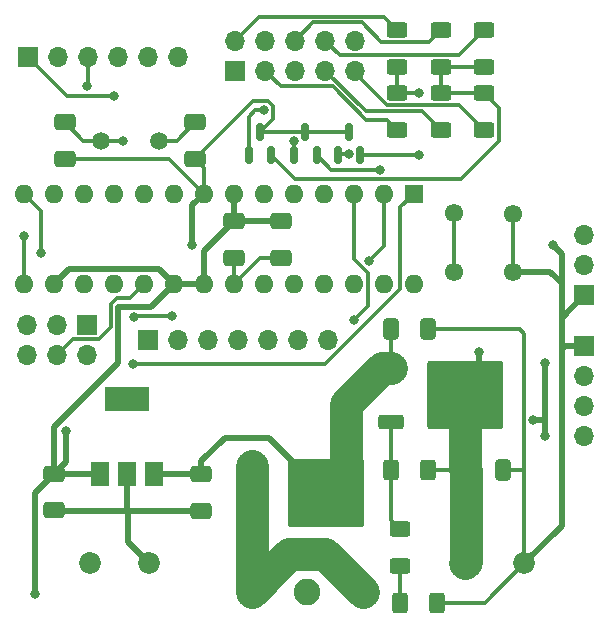
<source format=gbr>
%TF.GenerationSoftware,KiCad,Pcbnew,(7.0.0-0)*%
%TF.CreationDate,2023-06-23T15:16:10+02:00*%
%TF.ProjectId,RCcar,52436361-722e-46b6-9963-61645f706362,rev?*%
%TF.SameCoordinates,Original*%
%TF.FileFunction,Copper,L2,Bot*%
%TF.FilePolarity,Positive*%
%FSLAX46Y46*%
G04 Gerber Fmt 4.6, Leading zero omitted, Abs format (unit mm)*
G04 Created by KiCad (PCBNEW (7.0.0-0)) date 2023-06-23 15:16:10*
%MOMM*%
%LPD*%
G01*
G04 APERTURE LIST*
G04 Aperture macros list*
%AMRoundRect*
0 Rectangle with rounded corners*
0 $1 Rounding radius*
0 $2 $3 $4 $5 $6 $7 $8 $9 X,Y pos of 4 corners*
0 Add a 4 corners polygon primitive as box body*
4,1,4,$2,$3,$4,$5,$6,$7,$8,$9,$2,$3,0*
0 Add four circle primitives for the rounded corners*
1,1,$1+$1,$2,$3*
1,1,$1+$1,$4,$5*
1,1,$1+$1,$6,$7*
1,1,$1+$1,$8,$9*
0 Add four rect primitives between the rounded corners*
20,1,$1+$1,$2,$3,$4,$5,0*
20,1,$1+$1,$4,$5,$6,$7,0*
20,1,$1+$1,$6,$7,$8,$9,0*
20,1,$1+$1,$8,$9,$2,$3,0*%
G04 Aperture macros list end*
%TA.AperFunction,ComponentPad*%
%ADD10R,1.700000X1.700000*%
%TD*%
%TA.AperFunction,ComponentPad*%
%ADD11O,1.700000X1.700000*%
%TD*%
%TA.AperFunction,ComponentPad*%
%ADD12C,2.250000*%
%TD*%
%TA.AperFunction,ComponentPad*%
%ADD13C,1.500000*%
%TD*%
%TA.AperFunction,ComponentPad*%
%ADD14C,1.850000*%
%TD*%
%TA.AperFunction,ComponentPad*%
%ADD15R,1.600000X1.600000*%
%TD*%
%TA.AperFunction,ComponentPad*%
%ADD16O,1.600000X1.600000*%
%TD*%
%TA.AperFunction,ComponentPad*%
%ADD17C,1.550000*%
%TD*%
%TA.AperFunction,SMDPad,CuDef*%
%ADD18RoundRect,0.150000X0.150000X-0.587500X0.150000X0.587500X-0.150000X0.587500X-0.150000X-0.587500X0*%
%TD*%
%TA.AperFunction,SMDPad,CuDef*%
%ADD19RoundRect,0.250000X0.625000X-0.400000X0.625000X0.400000X-0.625000X0.400000X-0.625000X-0.400000X0*%
%TD*%
%TA.AperFunction,SMDPad,CuDef*%
%ADD20RoundRect,0.250000X-0.400000X-0.625000X0.400000X-0.625000X0.400000X0.625000X-0.400000X0.625000X0*%
%TD*%
%TA.AperFunction,SMDPad,CuDef*%
%ADD21RoundRect,0.250000X-0.412500X-0.650000X0.412500X-0.650000X0.412500X0.650000X-0.412500X0.650000X0*%
%TD*%
%TA.AperFunction,SMDPad,CuDef*%
%ADD22RoundRect,0.250000X-0.625000X0.400000X-0.625000X-0.400000X0.625000X-0.400000X0.625000X0.400000X0*%
%TD*%
%TA.AperFunction,SMDPad,CuDef*%
%ADD23RoundRect,0.250000X-0.850000X-0.350000X0.850000X-0.350000X0.850000X0.350000X-0.850000X0.350000X0*%
%TD*%
%TA.AperFunction,SMDPad,CuDef*%
%ADD24RoundRect,0.250000X-1.275000X-1.125000X1.275000X-1.125000X1.275000X1.125000X-1.275000X1.125000X0*%
%TD*%
%TA.AperFunction,SMDPad,CuDef*%
%ADD25RoundRect,0.249997X-2.950003X-2.650003X2.950003X-2.650003X2.950003X2.650003X-2.950003X2.650003X0*%
%TD*%
%TA.AperFunction,SMDPad,CuDef*%
%ADD26RoundRect,0.250000X0.650000X-0.412500X0.650000X0.412500X-0.650000X0.412500X-0.650000X-0.412500X0*%
%TD*%
%TA.AperFunction,SMDPad,CuDef*%
%ADD27R,1.500000X2.000000*%
%TD*%
%TA.AperFunction,SMDPad,CuDef*%
%ADD28R,3.800000X2.000000*%
%TD*%
%TA.AperFunction,SMDPad,CuDef*%
%ADD29RoundRect,0.250000X-0.650000X0.412500X-0.650000X-0.412500X0.650000X-0.412500X0.650000X0.412500X0*%
%TD*%
%TA.AperFunction,SMDPad,CuDef*%
%ADD30RoundRect,0.250000X0.400000X0.625000X-0.400000X0.625000X-0.400000X-0.625000X0.400000X-0.625000X0*%
%TD*%
%TA.AperFunction,ViaPad*%
%ADD31C,0.800000*%
%TD*%
%TA.AperFunction,Conductor*%
%ADD32C,0.500000*%
%TD*%
%TA.AperFunction,Conductor*%
%ADD33C,0.300000*%
%TD*%
%TA.AperFunction,Conductor*%
%ADD34C,2.800000*%
%TD*%
G04 APERTURE END LIST*
D10*
%TO.P,J9,1,Pin_1*%
%TO.N,GND*%
X37624999Y-73474999D03*
D11*
%TO.P,J9,2,Pin_2*%
%TO.N,/RESET*%
X37624999Y-76014999D03*
%TO.P,J9,3,Pin_3*%
%TO.N,/MOSI*%
X35084999Y-73474999D03*
%TO.P,J9,4,Pin_4*%
%TO.N,/SCK*%
X35084999Y-76014999D03*
%TO.P,J9,5,Pin_5*%
%TO.N,+5V*%
X32544999Y-73474999D03*
%TO.P,J9,6,Pin_6*%
%TO.N,/MISO*%
X32544999Y-76014999D03*
%TD*%
D10*
%TO.P,J4,1,Pin_1*%
%TO.N,GND*%
X79699999Y-75249999D03*
D11*
%TO.P,J4,2,Pin_2*%
%TO.N,/SCL*%
X79699999Y-77789999D03*
%TO.P,J4,3,Pin_3*%
%TO.N,/SDA*%
X79699999Y-80329999D03*
%TO.P,J4,4,Pin_4*%
%TO.N,+5V*%
X79699999Y-82869999D03*
%TD*%
D12*
%TO.P,SW3,1,1*%
%TO.N,Net-(D4-A-Pad1)*%
X51550000Y-96100000D03*
%TO.P,SW3,2,2*%
%TO.N,+BATT*%
X56250000Y-96100000D03*
%TO.P,SW3,3,3*%
%TO.N,Net-(D4-A-Pad1)*%
X60950000Y-96100000D03*
%TD*%
D13*
%TO.P,Y1,1,1*%
%TO.N,Net-(U2-XTAL2{slash}PB7)*%
X38800000Y-57900000D03*
%TO.P,Y1,2,2*%
%TO.N,Net-(U2-XTAL1{slash}PB6)*%
X43680000Y-57900000D03*
%TD*%
D14*
%TO.P,J5,1,Pin_1*%
%TO.N,+BATT*%
X37850000Y-93650000D03*
%TO.P,J5,2,Pin_2*%
%TO.N,GND*%
X42850000Y-93650000D03*
%TD*%
D10*
%TO.P,J3,1,Pin_1*%
%TO.N,/DC_PWM*%
X32599999Y-50799999D03*
D11*
%TO.P,J3,2,Pin_2*%
%TO.N,/DC_IN2*%
X35139999Y-50799999D03*
%TO.P,J3,3,Pin_3*%
%TO.N,/DC_IN1*%
X37679999Y-50799999D03*
%TO.P,J3,4,Pin_4*%
%TO.N,/DC_IN2*%
X40219999Y-50799999D03*
%TO.P,J3,5,Pin_5*%
%TO.N,/DC_IN1*%
X42759999Y-50799999D03*
%TO.P,J3,6,Pin_6*%
%TO.N,/DC_PWM*%
X45299999Y-50799999D03*
%TD*%
D10*
%TO.P,J6,1,Pin_1*%
%TO.N,/PB0*%
X42789999Y-74749999D03*
D11*
%TO.P,J6,2,Pin_2*%
%TO.N,/PC0*%
X45329999Y-74749999D03*
%TO.P,J6,3,Pin_3*%
%TO.N,/PC1*%
X47869999Y-74749999D03*
%TO.P,J6,4,Pin_4*%
%TO.N,/PC2*%
X50409999Y-74749999D03*
%TO.P,J6,5,Pin_5*%
%TO.N,/PC3*%
X52949999Y-74749999D03*
%TO.P,J6,6,Pin_6*%
%TO.N,/PD0*%
X55489999Y-74749999D03*
%TO.P,J6,7,Pin_7*%
%TO.N,/PD1*%
X58029999Y-74749999D03*
%TD*%
D10*
%TO.P,J1,1,Pin_1*%
%TO.N,+5V*%
X50174999Y-51974999D03*
D11*
%TO.P,J1,2,Pin_2*%
%TO.N,/Red_LED_1*%
X50174999Y-49434999D03*
%TO.P,J1,3,Pin_3*%
%TO.N,/Red_LED_2*%
X52714999Y-51974999D03*
%TO.P,J1,4,Pin_4*%
%TO.N,/Red_LED_3*%
X52714999Y-49434999D03*
%TO.P,J1,5,Pin_5*%
%TO.N,/Red_LED_4*%
X55254999Y-51974999D03*
%TO.P,J1,6,Pin_6*%
%TO.N,/White_LED_1*%
X55254999Y-49434999D03*
%TO.P,J1,7,Pin_7*%
%TO.N,/White_LED_2*%
X57794999Y-51974999D03*
%TO.P,J1,8,Pin_8*%
%TO.N,/White_LED_3*%
X57794999Y-49434999D03*
%TO.P,J1,9,Pin_9*%
%TO.N,/White_LED_4*%
X60334999Y-51974999D03*
%TO.P,J1,10,Pin_10*%
%TO.N,+5V*%
X60334999Y-49434999D03*
%TD*%
D15*
%TO.P,U2,1,~{RESET}/PC6*%
%TO.N,/RESET*%
X65299999Y-62399999D03*
D16*
%TO.P,U2,2,PD0*%
%TO.N,/PD0*%
X62759999Y-62399999D03*
%TO.P,U2,3,PD1*%
%TO.N,/PD1*%
X60219999Y-62399999D03*
%TO.P,U2,4,PD2*%
%TO.N,/RED_LEFT*%
X57679999Y-62399999D03*
%TO.P,U2,5,PD3*%
%TO.N,/RED_RIGHT*%
X55139999Y-62399999D03*
%TO.P,U2,6,PD4*%
%TO.N,/FRONTLIGHTS*%
X52599999Y-62399999D03*
%TO.P,U2,7,VCC*%
%TO.N,+5V*%
X50059999Y-62399999D03*
%TO.P,U2,8,GND*%
%TO.N,GND*%
X47519999Y-62399999D03*
%TO.P,U2,9,XTAL1/PB6*%
%TO.N,Net-(U2-XTAL1{slash}PB6)*%
X44979999Y-62399999D03*
%TO.P,U2,10,XTAL2/PB7*%
%TO.N,Net-(U2-XTAL2{slash}PB7)*%
X42439999Y-62399999D03*
%TO.P,U2,11,PD5*%
%TO.N,/DC_PWM*%
X39899999Y-62399999D03*
%TO.P,U2,12,PD6*%
%TO.N,/DC_IN1*%
X37359999Y-62399999D03*
%TO.P,U2,13,PD7*%
%TO.N,/DC_IN2*%
X34819999Y-62399999D03*
%TO.P,U2,14,PB0*%
%TO.N,/PB0*%
X32279999Y-62399999D03*
%TO.P,U2,15,PB1*%
%TO.N,/SERV_PWM*%
X32279999Y-70019999D03*
%TO.P,U2,16,PB2*%
%TO.N,+5V*%
X34819999Y-70019999D03*
%TO.P,U2,17,PB3*%
%TO.N,/MOSI*%
X37359999Y-70019999D03*
%TO.P,U2,18,PB4*%
%TO.N,/MISO*%
X39899999Y-70019999D03*
%TO.P,U2,19,PB5*%
%TO.N,/SCK*%
X42439999Y-70019999D03*
%TO.P,U2,20,AVCC*%
%TO.N,+5V*%
X44979999Y-70019999D03*
%TO.P,U2,21,AREF*%
X47519999Y-70019999D03*
%TO.P,U2,22,GND*%
%TO.N,GND*%
X50059999Y-70019999D03*
%TO.P,U2,23,PC0*%
%TO.N,/PC0*%
X52599999Y-70019999D03*
%TO.P,U2,24,PC1*%
%TO.N,/PC1*%
X55139999Y-70019999D03*
%TO.P,U2,25,PC2*%
%TO.N,/PC2*%
X57679999Y-70019999D03*
%TO.P,U2,26,PC3*%
%TO.N,/PC3*%
X60219999Y-70019999D03*
%TO.P,U2,27,PC4*%
%TO.N,/SDA*%
X62759999Y-70019999D03*
%TO.P,U2,28,PC5*%
%TO.N,/SCL*%
X65299999Y-70019999D03*
%TD*%
D10*
%TO.P,J2,1,Pin_1*%
%TO.N,GND*%
X79699999Y-70989999D03*
D11*
%TO.P,J2,2,Pin_2*%
%TO.N,+6V*%
X79699999Y-68449999D03*
%TO.P,J2,3,Pin_3*%
%TO.N,/SERV_PWM*%
X79699999Y-65909999D03*
%TD*%
D14*
%TO.P,J7,1,Pin_1*%
%TO.N,+6V*%
X69650000Y-93650000D03*
%TO.P,J7,2,Pin_2*%
%TO.N,GND*%
X74650000Y-93650000D03*
%TD*%
D17*
%TO.P,SW2,1,1*%
%TO.N,/RESET*%
X68700000Y-69000000D03*
%TO.P,SW2,2,2*%
X68700000Y-64000000D03*
%TO.P,SW2,3,K*%
%TO.N,GND*%
X73700000Y-69000000D03*
%TO.P,SW2,4,A*%
X73700000Y-64100000D03*
%TD*%
D18*
%TO.P,Q2,1,C*%
%TO.N,Net-(Q2-C)*%
X57050000Y-59087500D03*
%TO.P,Q2,2,B*%
%TO.N,Net-(Q2-B)*%
X55150000Y-59087500D03*
%TO.P,Q2,3,E*%
%TO.N,GND*%
X56100000Y-57212500D03*
%TD*%
D19*
%TO.P,R6,1*%
%TO.N,Net-(Q3-C)*%
X67600000Y-51650000D03*
%TO.P,R6,2*%
%TO.N,/White_LED_1*%
X67600000Y-48550000D03*
%TD*%
D20*
%TO.P,R16,1*%
%TO.N,Net-(R11-Pad2)*%
X64125000Y-97025000D03*
%TO.P,R16,2*%
%TO.N,GND*%
X67225000Y-97025000D03*
%TD*%
D19*
%TO.P,R2,1*%
%TO.N,Net-(Q1-C)*%
X63900000Y-51650000D03*
%TO.P,R2,2*%
%TO.N,/Red_LED_1*%
X63900000Y-48550000D03*
%TD*%
D21*
%TO.P,C9,1*%
%TO.N,+6V*%
X69687500Y-85800000D03*
%TO.P,C9,2*%
%TO.N,GND*%
X72812500Y-85800000D03*
%TD*%
D22*
%TO.P,R7,1*%
%TO.N,Net-(Q3-C)*%
X67600000Y-53900000D03*
%TO.P,R7,2*%
%TO.N,/White_LED_2*%
X67600000Y-57000000D03*
%TD*%
D23*
%TO.P,D4,1,A*%
%TO.N,Net-(D4-A-Pad1)*%
X51550000Y-90010000D03*
D24*
%TO.P,D4,2,K*%
%TO.N,Net-(D4-K)*%
X56175000Y-86205000D03*
X56175000Y-89255000D03*
D25*
X57850000Y-87730000D03*
D24*
X59525000Y-86205000D03*
X59525000Y-89255000D03*
D23*
%TO.P,D4,3,A*%
%TO.N,Net-(D4-A-Pad1)*%
X51550000Y-85450000D03*
%TD*%
D18*
%TO.P,Q3,1,C*%
%TO.N,Net-(Q3-C)*%
X53200000Y-59087500D03*
%TO.P,Q3,2,B*%
%TO.N,Net-(Q3-B)*%
X51300000Y-59087500D03*
%TO.P,Q3,3,E*%
%TO.N,GND*%
X52250000Y-57212500D03*
%TD*%
D21*
%TO.P,C8,1*%
%TO.N,Net-(D4-K)*%
X63337500Y-73875000D03*
%TO.P,C8,2*%
%TO.N,GND*%
X66462500Y-73875000D03*
%TD*%
D18*
%TO.P,Q1,1,C*%
%TO.N,Net-(Q1-C)*%
X60750000Y-59087500D03*
%TO.P,Q1,2,B*%
%TO.N,Net-(Q1-B)*%
X58850000Y-59087500D03*
%TO.P,Q1,3,E*%
%TO.N,GND*%
X59800000Y-57212500D03*
%TD*%
D26*
%TO.P,C3,1*%
%TO.N,GND*%
X50100000Y-67812500D03*
%TO.P,C3,2*%
%TO.N,+5V*%
X50100000Y-64687500D03*
%TD*%
D27*
%TO.P,U3,1,VI*%
%TO.N,Net-(D4-K)*%
X43299999Y-86099999D03*
%TO.P,U3,2,GND*%
%TO.N,GND*%
X40999999Y-86099999D03*
%TO.P,U3,3,VO*%
%TO.N,+5V*%
X38699999Y-86099999D03*
D28*
%TO.P,U3,4*%
%TO.N,N/C*%
X40999999Y-79799999D03*
%TD*%
D29*
%TO.P,C5,1*%
%TO.N,Net-(U2-XTAL1{slash}PB6)*%
X46800000Y-56337500D03*
%TO.P,C5,2*%
%TO.N,GND*%
X46800000Y-59462500D03*
%TD*%
D22*
%TO.P,R9,1*%
%TO.N,Net-(Q3-C)*%
X71250000Y-53900000D03*
%TO.P,R9,2*%
%TO.N,/White_LED_4*%
X71250000Y-57000000D03*
%TD*%
%TO.P,R11,1*%
%TO.N,Net-(U4-ADJ)*%
X64150000Y-90825000D03*
%TO.P,R11,2*%
%TO.N,Net-(R11-Pad2)*%
X64150000Y-93925000D03*
%TD*%
D23*
%TO.P,U4,1,ADJ*%
%TO.N,Net-(U4-ADJ)*%
X63350000Y-81700000D03*
D24*
%TO.P,U4,2,VO*%
%TO.N,+6V*%
X67975000Y-77895000D03*
X67975000Y-80945000D03*
D25*
X69650000Y-79420000D03*
D24*
X71325000Y-77895000D03*
X71325000Y-80945000D03*
D23*
%TO.P,U4,3,VI*%
%TO.N,Net-(D4-K)*%
X63350000Y-77140000D03*
%TD*%
D29*
%TO.P,C6,1*%
%TO.N,Net-(U2-XTAL2{slash}PB7)*%
X35750000Y-56337500D03*
%TO.P,C6,2*%
%TO.N,GND*%
X35750000Y-59462500D03*
%TD*%
D30*
%TO.P,R10,1*%
%TO.N,+6V*%
X66450000Y-85775000D03*
%TO.P,R10,2*%
%TO.N,Net-(U4-ADJ)*%
X63350000Y-85775000D03*
%TD*%
D29*
%TO.P,C1,1*%
%TO.N,Net-(D4-K)*%
X47300000Y-86137500D03*
%TO.P,C1,2*%
%TO.N,GND*%
X47300000Y-89262500D03*
%TD*%
D22*
%TO.P,R3,1*%
%TO.N,Net-(Q1-C)*%
X63900000Y-53900000D03*
%TO.P,R3,2*%
%TO.N,/Red_LED_2*%
X63900000Y-57000000D03*
%TD*%
D29*
%TO.P,C2,1*%
%TO.N,+5V*%
X34850000Y-86087500D03*
%TO.P,C2,2*%
%TO.N,GND*%
X34850000Y-89212500D03*
%TD*%
%TO.P,C4,1*%
%TO.N,+5V*%
X54050000Y-64687500D03*
%TO.P,C4,2*%
%TO.N,GND*%
X54050000Y-67812500D03*
%TD*%
D19*
%TO.P,R8,1*%
%TO.N,Net-(Q3-C)*%
X71250000Y-51650000D03*
%TO.P,R8,2*%
%TO.N,/White_LED_3*%
X71250000Y-48550000D03*
%TD*%
D31*
%TO.N,+5V*%
X75399500Y-81550000D03*
X76400000Y-82900000D03*
X76400000Y-76700000D03*
%TO.N,GND*%
X44850000Y-72750000D03*
X41600000Y-72849500D03*
X77050000Y-66750000D03*
X46550000Y-66750000D03*
%TO.N,+5V*%
X35850000Y-82500000D03*
X33200000Y-96300000D03*
%TO.N,Net-(U2-XTAL2{slash}PB7)*%
X40649500Y-57900000D03*
%TO.N,+6V*%
X70850000Y-75800000D03*
%TO.N,/SERV_PWM*%
X32250000Y-65950000D03*
%TO.N,/DC_PWM*%
X39900000Y-54150000D03*
%TO.N,/DC_IN1*%
X37650000Y-53300000D03*
%TO.N,/PD0*%
X61500000Y-68100000D03*
%TO.N,/PD1*%
X60200000Y-73050000D03*
%TO.N,/RESET*%
X41500000Y-76850000D03*
%TO.N,/PB0*%
X33700000Y-67450500D03*
%TO.N,Net-(Q1-C)*%
X65700000Y-59100000D03*
X65700000Y-53900000D03*
%TO.N,Net-(Q1-B)*%
X59800000Y-59050000D03*
%TO.N,Net-(Q2-C)*%
X62400000Y-60350000D03*
%TO.N,Net-(Q2-B)*%
X55150000Y-57962000D03*
%TO.N,Net-(Q3-B)*%
X52600000Y-55300000D03*
%TD*%
D32*
%TO.N,+5V*%
X76400000Y-76700000D02*
X76400000Y-81550000D01*
X76400000Y-81550000D02*
X76400000Y-82900000D01*
X75399500Y-81550000D02*
X76400000Y-81550000D01*
%TO.N,GND*%
X46550000Y-66750000D02*
X46550000Y-63370000D01*
D33*
X56100000Y-57212500D02*
X52250000Y-57212500D01*
X71275000Y-97025000D02*
X74650000Y-93650000D01*
D32*
X46550000Y-63370000D02*
X47520000Y-62400000D01*
D33*
X35750000Y-59462500D02*
X44582500Y-59462500D01*
X47520000Y-60182500D02*
X47520000Y-62400000D01*
X53350000Y-54989339D02*
X53350000Y-56112500D01*
D32*
X77800000Y-69950000D02*
X77800000Y-67500000D01*
D33*
X46800000Y-59462500D02*
X51712500Y-54550000D01*
D32*
X41100000Y-91900000D02*
X42850000Y-93650000D01*
X41000000Y-89162500D02*
X41100000Y-89262500D01*
D33*
X53350000Y-56112500D02*
X52250000Y-57212500D01*
X52267500Y-67812500D02*
X50060000Y-70020000D01*
D32*
X41100000Y-89262500D02*
X41100000Y-91900000D01*
D33*
X41699500Y-72750000D02*
X41600000Y-72849500D01*
X44582500Y-59462500D02*
X47520000Y-62400000D01*
X51712500Y-54550000D02*
X52910661Y-54550000D01*
X66462500Y-73875000D02*
X74275000Y-73875000D01*
D32*
X77800000Y-75550000D02*
X77800000Y-90500000D01*
X41100000Y-89262500D02*
X47300000Y-89262500D01*
X77800000Y-69950000D02*
X76850000Y-69000000D01*
X77800000Y-72890000D02*
X77800000Y-69950000D01*
D33*
X44850000Y-72750000D02*
X41699500Y-72750000D01*
D32*
X34900000Y-89262500D02*
X41100000Y-89262500D01*
X41000000Y-86100000D02*
X41000000Y-89162500D01*
D33*
X74275000Y-73875000D02*
X74650000Y-74250000D01*
X67225000Y-97025000D02*
X71275000Y-97025000D01*
D32*
X79700000Y-75250000D02*
X78100000Y-75250000D01*
D33*
X52910661Y-54550000D02*
X53350000Y-54989339D01*
X74650000Y-74250000D02*
X74650000Y-85800000D01*
X73700000Y-64100000D02*
X73700000Y-69000000D01*
D32*
X77800000Y-72890000D02*
X77800000Y-75550000D01*
X77800000Y-90500000D02*
X74650000Y-93650000D01*
X79700000Y-70990000D02*
X77800000Y-72890000D01*
D33*
X59800000Y-57212500D02*
X56100000Y-57212500D01*
X54050000Y-67812500D02*
X52267500Y-67812500D01*
D32*
X78100000Y-75250000D02*
X77800000Y-75550000D01*
X34850000Y-89212500D02*
X34900000Y-89262500D01*
D33*
X46800000Y-59462500D02*
X47520000Y-60182500D01*
X50100000Y-67812500D02*
X50100000Y-69980000D01*
X72812500Y-85800000D02*
X74650000Y-85800000D01*
X50100000Y-69980000D02*
X50060000Y-70020000D01*
D32*
X77800000Y-67500000D02*
X77050000Y-66750000D01*
X76850000Y-69000000D02*
X73700000Y-69000000D01*
D33*
X74650000Y-85800000D02*
X74650000Y-93650000D01*
D32*
%TO.N,+5V*%
X33200000Y-87700000D02*
X33200000Y-96300000D01*
X44980000Y-70020000D02*
X43730000Y-68770000D01*
X50100000Y-64687500D02*
X50100000Y-62440000D01*
X38700000Y-86100000D02*
X34862500Y-86100000D01*
X35850000Y-85087500D02*
X34850000Y-86087500D01*
X34850000Y-86087500D02*
X34850000Y-82150000D01*
X36070000Y-68770000D02*
X34820000Y-70020000D01*
X34850000Y-82150000D02*
X40250000Y-76750000D01*
X43730000Y-68770000D02*
X36070000Y-68770000D01*
X50100000Y-64687500D02*
X54050000Y-64687500D01*
X50100000Y-62440000D02*
X50060000Y-62400000D01*
X35850000Y-82500000D02*
X35850000Y-85087500D01*
X34862500Y-86100000D02*
X34850000Y-86087500D01*
X47520000Y-70020000D02*
X44980000Y-70020000D01*
X40250000Y-72000000D02*
X43000000Y-72000000D01*
X34850000Y-86087500D02*
X34812500Y-86087500D01*
X47520000Y-70020000D02*
X47520000Y-67267500D01*
X34812500Y-86087500D02*
X33200000Y-87700000D01*
X40250000Y-76750000D02*
X40250000Y-72000000D01*
X47520000Y-67267500D02*
X50100000Y-64687500D01*
X43000000Y-72000000D02*
X44980000Y-70020000D01*
D33*
%TO.N,Net-(U2-XTAL1{slash}PB6)*%
X43680000Y-57900000D02*
X45237500Y-57900000D01*
X45237500Y-57900000D02*
X46800000Y-56337500D01*
%TO.N,Net-(U2-XTAL2{slash}PB7)*%
X38800000Y-57900000D02*
X37312500Y-57900000D01*
X37312500Y-57900000D02*
X35750000Y-56337500D01*
X40649500Y-57900000D02*
X38800000Y-57900000D01*
D34*
%TO.N,+6V*%
X69650000Y-85762500D02*
X69687500Y-85800000D01*
X69650000Y-79420000D02*
X69650000Y-85762500D01*
X69687500Y-85800000D02*
X69687500Y-93612500D01*
D33*
X66450000Y-85775000D02*
X69662500Y-85775000D01*
X69662500Y-85775000D02*
X69687500Y-85800000D01*
D32*
X70850000Y-75800000D02*
X70850000Y-77420000D01*
X70850000Y-77420000D02*
X71325000Y-77895000D01*
D34*
X69687500Y-93612500D02*
X69650000Y-93650000D01*
D33*
%TO.N,/Red_LED_1*%
X52210000Y-47400000D02*
X50175000Y-49435000D01*
X63900000Y-48550000D02*
X62750000Y-47400000D01*
X62750000Y-47400000D02*
X52210000Y-47400000D01*
%TO.N,/Red_LED_2*%
X63900000Y-57000000D02*
X63025000Y-56125000D01*
X63025000Y-56125000D02*
X61237894Y-56125000D01*
X61237894Y-56125000D02*
X58431447Y-53318553D01*
X54058553Y-53318553D02*
X52715000Y-51975000D01*
X58431447Y-53318553D02*
X54058553Y-53318553D01*
%TO.N,/White_LED_1*%
X67600000Y-48550000D02*
X66600000Y-49550000D01*
X62550000Y-49550000D02*
X60900000Y-47900000D01*
X60900000Y-47900000D02*
X56790000Y-47900000D01*
X66600000Y-49550000D02*
X62550000Y-49550000D01*
X56790000Y-47900000D02*
X55255000Y-49435000D01*
%TO.N,/White_LED_2*%
X67600000Y-57000000D02*
X66000000Y-55400000D01*
X61220000Y-55400000D02*
X57795000Y-51975000D01*
X66000000Y-55400000D02*
X61220000Y-55400000D01*
%TO.N,/White_LED_3*%
X71250000Y-48550000D02*
X69150000Y-50650000D01*
X59010000Y-50650000D02*
X57795000Y-49435000D01*
X69150000Y-50650000D02*
X59010000Y-50650000D01*
%TO.N,/White_LED_4*%
X69150000Y-54900000D02*
X63026472Y-54900000D01*
X63026472Y-54900000D02*
X60335000Y-52208528D01*
X71250000Y-57000000D02*
X69150000Y-54900000D01*
X60335000Y-52208528D02*
X60335000Y-51975000D01*
%TO.N,/SERV_PWM*%
X32250000Y-65950000D02*
X32280000Y-65980000D01*
X32280000Y-65980000D02*
X32280000Y-70020000D01*
%TO.N,/DC_PWM*%
X35950000Y-54150000D02*
X32600000Y-50800000D01*
X39900000Y-54150000D02*
X35950000Y-54150000D01*
%TO.N,/DC_IN1*%
X37680000Y-53270000D02*
X37650000Y-53300000D01*
X37680000Y-50800000D02*
X37680000Y-53270000D01*
%TO.N,/PD0*%
X62760000Y-66840000D02*
X62760000Y-62400000D01*
X61500000Y-68100000D02*
X62760000Y-66840000D01*
%TO.N,/PD1*%
X61370000Y-71880000D02*
X61370000Y-69070000D01*
X60220000Y-67920000D02*
X60220000Y-62400000D01*
X60200000Y-73050000D02*
X61370000Y-71880000D01*
X61370000Y-69070000D02*
X60220000Y-67920000D01*
%TO.N,/RESET*%
X65300000Y-62400000D02*
X64150000Y-63550000D01*
X68700000Y-69000000D02*
X68700000Y-64000000D01*
X64150000Y-63550000D02*
X64150000Y-70500000D01*
X57800000Y-76850000D02*
X41500000Y-76850000D01*
X64150000Y-70500000D02*
X57800000Y-76850000D01*
%TO.N,/SCK*%
X39650000Y-71700000D02*
X40150000Y-71200000D01*
X41260000Y-71200000D02*
X42440000Y-70020000D01*
X35085000Y-76015000D02*
X36425000Y-74675000D01*
X38625000Y-74675000D02*
X39650000Y-73650000D01*
X40150000Y-71200000D02*
X41260000Y-71200000D01*
X36425000Y-74675000D02*
X38625000Y-74675000D01*
X39650000Y-73650000D02*
X39650000Y-71700000D01*
%TO.N,Net-(U4-ADJ)*%
X63350000Y-90025000D02*
X64150000Y-90825000D01*
X63350000Y-85775000D02*
X63350000Y-90025000D01*
X63350000Y-81700000D02*
X63350000Y-85775000D01*
%TO.N,Net-(R11-Pad2)*%
X64150000Y-97000000D02*
X64125000Y-97025000D01*
X64150000Y-93925000D02*
X64150000Y-97000000D01*
%TO.N,/PB0*%
X33700000Y-63820000D02*
X32280000Y-62400000D01*
X33700000Y-67450500D02*
X33700000Y-63820000D01*
%TO.N,Net-(Q1-C)*%
X60762500Y-59100000D02*
X60750000Y-59087500D01*
X63900000Y-53900000D02*
X65700000Y-53900000D01*
X63900000Y-53900000D02*
X63900000Y-51650000D01*
X65700000Y-59100000D02*
X60762500Y-59100000D01*
%TO.N,Net-(Q1-B)*%
X59800000Y-59050000D02*
X58887500Y-59050000D01*
X58887500Y-59050000D02*
X58850000Y-59087500D01*
%TO.N,Net-(Q2-C)*%
X58312500Y-60350000D02*
X57050000Y-59087500D01*
X62400000Y-60350000D02*
X58312500Y-60350000D01*
%TO.N,Net-(Q2-B)*%
X55150000Y-57962000D02*
X55150000Y-59087500D01*
%TO.N,Net-(Q3-C)*%
X67600000Y-53900000D02*
X67600000Y-51650000D01*
X55262500Y-61150000D02*
X53200000Y-59087500D01*
X72475000Y-55125000D02*
X72475000Y-57975000D01*
X67600000Y-53900000D02*
X71250000Y-53900000D01*
X67600000Y-51650000D02*
X71250000Y-51650000D01*
X71250000Y-53900000D02*
X72475000Y-55125000D01*
X69300000Y-61150000D02*
X55262500Y-61150000D01*
X72475000Y-57975000D02*
X69300000Y-61150000D01*
%TO.N,Net-(Q3-B)*%
X51300000Y-59087500D02*
X51300000Y-55900000D01*
X51900000Y-55300000D02*
X52600000Y-55300000D01*
X51850000Y-55350000D02*
X51900000Y-55300000D01*
X51300000Y-55900000D02*
X51850000Y-55350000D01*
D32*
%TO.N,Net-(D4-K)*%
X47300000Y-86137500D02*
X47300000Y-85050000D01*
D33*
X63337500Y-73875000D02*
X63337500Y-77127500D01*
D32*
X47300000Y-85050000D02*
X49300000Y-83050000D01*
X47262500Y-86100000D02*
X47300000Y-86137500D01*
X43300000Y-86100000D02*
X47262500Y-86100000D01*
D34*
X62560000Y-77140000D02*
X63350000Y-77140000D01*
X59525000Y-86205000D02*
X59525000Y-80175000D01*
D32*
X49300000Y-83050000D02*
X53020000Y-83050000D01*
D34*
X59525000Y-80175000D02*
X62560000Y-77140000D01*
D32*
X53020000Y-83050000D02*
X56175000Y-86205000D01*
D33*
X63337500Y-77127500D02*
X63350000Y-77140000D01*
D34*
%TO.N,Net-(D4-A-Pad1)*%
X51550000Y-96100000D02*
X54725000Y-92925000D01*
X51550000Y-90010000D02*
X51550000Y-85450000D01*
X57775000Y-92925000D02*
X60950000Y-96100000D01*
X54725000Y-92925000D02*
X57775000Y-92925000D01*
X51550000Y-96100000D02*
X51550000Y-90010000D01*
%TD*%
M02*

</source>
